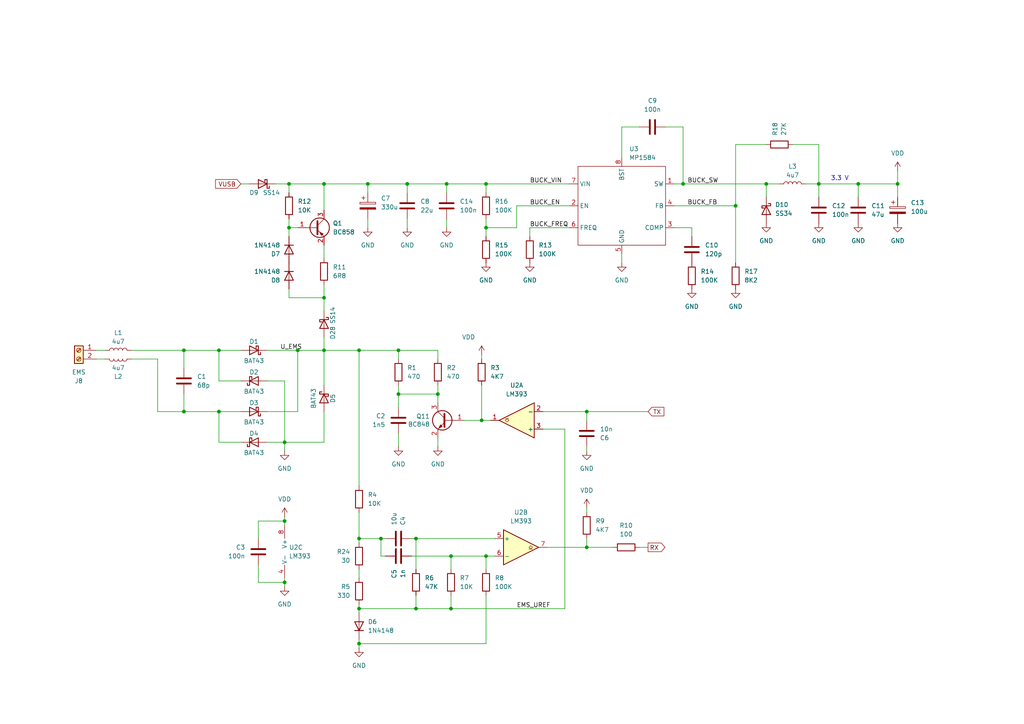
<source format=kicad_sch>
(kicad_sch (version 20250114) (generator "eeschema") (generator_version "9.0")
  (paper "A4")
  (lib_symbols
    (symbol "Comparator:LM393" (pin_names (offset 0.127))
      (property "Reference" "U" (at 3.81 3.81 0))
      (property "Value" "LM393" (at 6.35 -3.81 0))
      (symbol "LM393_1_1"
        (polyline (pts (xy -5.08 5.08) (xy 5.08 0) (xy -5.08 -5.08) (xy -5.08 5.08)) (stroke (width 0.254)) (fill (type background)))
        (polyline (pts (xy 3.302 -0.508) (xy 2.794 -0.508) (xy 3.302 0) (xy 2.794 0.508) (xy 2.286 0) (xy 2.794 -0.508) (xy 2.286 -0.508)) (stroke (width 0.127)))
        (pin input line (at -7.62 2.54 0) (length 2.54) (name "+") (number "3"))
        (pin input line (at -7.62 -2.54 0) (length 2.54) (name "-") (number "2"))
        (pin open_collector line (at 7.62 0 180) (length 2.54) (name "~") (number "1"))
      )
      (symbol "LM393_2_1"
        (polyline (pts (xy -5.08 5.08) (xy 5.08 0) (xy -5.08 -5.08) (xy -5.08 5.08)) (stroke (width 0.254)) (fill (type background)))
        (polyline (pts (xy 3.302 -0.508) (xy 2.794 -0.508) (xy 3.302 0) (xy 2.794 0.508) (xy 2.286 0) (xy 2.794 -0.508) (xy 2.286 -0.508)) (stroke (width 0.127)))
        (pin input line (at -7.62 2.54 0) (length 2.54) (name "+") (number "5"))
        (pin input line (at -7.62 -2.54 0) (length 2.54) (name "-") (number "6"))
        (pin open_collector line (at 7.62 0 180) (length 2.54) (name "~") (number "7"))
      )
      (symbol "LM393_3_1"
        (pin power_in line (at -2.54 7.62 270) (length 3.81) (name "V+") (number "8"))
        (pin power_in line (at -2.54 -7.62 90) (length 3.81) (name "V-") (number "4"))
      )
    )
    (symbol "Connector:Screw_Terminal_01x02" (pin_names (offset 1.016) (hide yes))
      (property "Reference" "J" (at 0 2.54 0))
      (property "Value" "Screw_Terminal_01x02" (at 0 -5.08 0))
      (symbol "Screw_Terminal_01x02_1_1"
        (rectangle (start -1.27 1.27) (end 1.27 -3.81) (stroke (width 0.254)) (fill (type background)))
        (polyline (pts (xy -0.5334 0.3302) (xy 0.3302 -0.508)) (stroke (width 0.1524)))
        (polyline (pts (xy -0.5334 -2.2098) (xy 0.3302 -3.048)) (stroke (width 0.1524)))
        (polyline (pts (xy -0.3556 0.508) (xy 0.508 -0.3302)) (stroke (width 0.1524)))
        (polyline (pts (xy -0.3556 -2.032) (xy 0.508 -2.8702)) (stroke (width 0.1524)))
        (circle (center 0 0) (radius 0.635) (stroke (width 0.1524)))
        (circle (center 0 -2.54) (radius 0.635) (stroke (width 0.1524)))
        (pin passive line (at -5.08 0 0) (length 3.81) (name "Pin_1") (number "1"))
        (pin passive line (at -5.08 -2.54 0) (length 3.81) (name "Pin_2") (number "2"))
      )
    )
    (symbol "Device:C" (pin_numbers (hide yes)) (pin_names (offset 0.254))
      (property "Reference" "C" (at 0.635 2.54 0))
      (property "Value" "C" (at 0.635 -2.54 0))
      (symbol "C_0_1"
        (polyline (pts (xy -2.032 0.762) (xy 2.032 0.762)) (stroke (width 0.508)))
        (polyline (pts (xy -2.032 -0.762) (xy 2.032 -0.762)) (stroke (width 0.508)))
      )
      (symbol "C_1_1"
        (pin passive line (at 0 3.81 270) (length 2.794) (name "~") (number "1"))
        (pin passive line (at 0 -3.81 90) (length 2.794) (name "~") (number "2"))
      )
    )
    (symbol "Device:C_Polarized" (pin_numbers (hide yes)) (pin_names (offset 0.254))
      (property "Reference" "C" (at 0.635 2.54 0))
      (property "Value" "C_Polarized" (at 0.635 -2.54 0))
      (symbol "C_Polarized_0_1"
        (rectangle (start -2.286 0.508) (end 2.286 1.016))
        (polyline (pts (xy -1.778 2.286) (xy -0.762 2.286)))
        (polyline (pts (xy -1.27 2.794) (xy -1.27 1.778)))
        (rectangle (start 2.286 -0.508) (end -2.286 -1.016) (fill (type outline)))
      )
      (symbol "C_Polarized_1_1"
        (pin passive line (at 0 3.81 270) (length 2.794) (name "~") (number "1"))
        (pin passive line (at 0 -3.81 90) (length 2.794) (name "~") (number "2"))
      )
    )
    (symbol "Device:D_Schottky" (pin_numbers (hide yes)) (pin_names (offset 1.016) (hide yes))
      (property "Reference" "D" (at 0 2.54 0))
      (property "Value" "D_Schottky" (at 0 -2.54 0))
      (symbol "D_Schottky_0_1"
        (polyline (pts (xy -1.905 0.635) (xy -1.905 1.27) (xy -1.27 1.27) (xy -1.27 -1.27) (xy -0.635 -1.27) (xy -0.635 -0.635)) (stroke (width 0.254)))
        (polyline (pts (xy 1.27 1.27) (xy 1.27 -1.27) (xy -1.27 0) (xy 1.27 1.27)) (stroke (width 0.254)))
        (polyline (pts (xy 1.27 0) (xy -1.27 0)))
      )
      (symbol "D_Schottky_1_1"
        (pin passive line (at -3.81 0 0) (length 2.54) (name "K") (number "1"))
        (pin passive line (at 3.81 0 180) (length 2.54) (name "A") (number "2"))
      )
    )
    (symbol "Device:L" (pin_numbers (hide yes)) (pin_names (offset 1.016) (hide yes))
      (property "Reference" "L" (at -1.27 0 90))
      (property "Value" "L" (at 1.905 0 90))
      (symbol "L_0_1"
        (arc (start 0 2.54) (mid 0.6323 1.905) (end 0 1.27))
        (arc (start 0 1.27) (mid 0.6323 0.635) (end 0 0))
        (arc (start 0 0) (mid 0.6323 -0.635) (end 0 -1.27))
        (arc (start 0 -1.27) (mid 0.6323 -1.905) (end 0 -2.54))
      )
      (symbol "L_1_1"
        (pin passive line (at 0 3.81 270) (length 1.27) (name "1") (number "1"))
        (pin passive line (at 0 -3.81 90) (length 1.27) (name "2") (number "2"))
      )
    )
    (symbol "Device:R" (pin_numbers (hide yes)) (pin_names (offset 0))
      (property "Reference" "R" (at 2.032 0 90))
      (property "Value" "R" (at 0 0 90))
      (symbol "R_0_1"
        (rectangle (start -1.016 -2.54) (end 1.016 2.54) (stroke (width 0.254)))
      )
      (symbol "R_1_1"
        (pin passive line (at 0 3.81 270) (length 1.27) (name "~") (number "1"))
        (pin passive line (at 0 -3.81 90) (length 1.27) (name "~") (number "2"))
      )
    )
    (symbol "Diode:1N4148WS" (pin_numbers (hide yes)) (pin_names (hide yes))
      (property "Reference" "D" (at 0 2.54 0))
      (property "Value" "1N4148WS" (at 0 -2.54 0))
      (symbol "1N4148WS_0_1"
        (polyline (pts (xy -1.27 1.27) (xy -1.27 -1.27)) (stroke (width 0.254)))
        (polyline (pts (xy 1.27 1.27) (xy 1.27 -1.27) (xy -1.27 0) (xy 1.27 1.27)) (stroke (width 0.254)))
        (polyline (pts (xy 1.27 0) (xy -1.27 0)))
      )
      (symbol "1N4148WS_1_1"
        (pin passive line (at -3.81 0 0) (length 2.54) (name "K") (number "1"))
        (pin passive line (at 3.81 0 180) (length 2.54) (name "A") (number "2"))
      )
    )
    (symbol "Diode:SS34" (pin_numbers (hide yes)) (pin_names (offset 1.016) (hide yes))
      (property "Reference" "D" (at 0 2.54 0))
      (property "Value" "SS34" (at 0 -2.54 0))
      (symbol "SS34_0_1"
        (polyline (pts (xy -1.905 0.635) (xy -1.905 1.27) (xy -1.27 1.27) (xy -1.27 -1.27) (xy -0.635 -1.27) (xy -0.635 -0.635)) (stroke (width 0.254)))
        (polyline (pts (xy 1.27 1.27) (xy 1.27 -1.27) (xy -1.27 0) (xy 1.27 1.27)) (stroke (width 0.254)))
        (polyline (pts (xy 1.27 0) (xy -1.27 0)))
      )
      (symbol "SS34_1_1"
        (pin passive line (at -3.81 0 0) (length 2.54) (name "K") (number "1"))
        (pin passive line (at 3.81 0 180) (length 2.54) (name "A") (number "2"))
      )
    )
    (symbol "Transistor_BJT:BC850" (pin_names (offset 0) (hide yes))
      (property "Reference" "Q" (at 5.08 1.905 0))
      (property "Value" "BC850" (at 5.08 0 0))
      (symbol "BC850_0_1"
        (polyline (pts (xy -2.54 0) (xy 0.635 0)))
        (polyline (pts (xy 0.635 1.905) (xy 0.635 -1.905)) (stroke (width 0.508)))
        (circle (center 1.27 0) (radius 2.8194) (stroke (width 0.254)))
      )
      (symbol "BC850_1_1"
        (polyline (pts (xy 0.635 0.635) (xy 2.54 2.54)))
        (polyline (pts (xy 0.635 -0.635) (xy 2.54 -2.54)))
        (polyline (pts (xy 1.27 -1.778) (xy 1.778 -1.27) (xy 2.286 -2.286) (xy 1.27 -1.778)) (fill (type outline)))
        (pin input line (at -5.08 0 0) (length 2.54) (name "B") (number "1"))
        (pin passive line (at 2.54 5.08 270) (length 2.54) (name "C") (number "3"))
        (pin passive line (at 2.54 -5.08 90) (length 2.54) (name "E") (number "2"))
      )
    )
    (symbol "Transistor_BJT:BC858" (pin_names (offset 0) (hide yes))
      (property "Reference" "Q" (at 5.08 1.905 0))
      (property "Value" "BC858" (at 5.08 0 0))
      (symbol "BC858_0_1"
        (polyline (pts (xy -2.54 0) (xy 0.635 0)))
        (polyline (pts (xy 0.635 1.905) (xy 0.635 -1.905)) (stroke (width 0.508)))
        (polyline (pts (xy 0.635 0.635) (xy 2.54 2.54)))
        (polyline (pts (xy 0.635 -0.635) (xy 2.54 -2.54)))
        (circle (center 1.27 0) (radius 2.8194) (stroke (width 0.254)))
        (polyline (pts (xy 2.286 -1.778) (xy 1.778 -2.286) (xy 1.27 -1.27) (xy 2.286 -1.778)) (fill (type outline)))
      )
      (symbol "BC858_1_1"
        (pin input line (at -5.08 0 0) (length 2.54) (name "B") (number "1"))
        (pin passive line (at 2.54 5.08 270) (length 2.54) (name "C") (number "3"))
        (pin passive line (at 2.54 -5.08 90) (length 2.54) (name "E") (number "2"))
      )
    )
    (symbol "power:GND" (power) (pin_numbers (hide yes)) (pin_names (offset 0) (hide yes))
      (property "Value" "GND" (at 0 -3.81 0))
      (symbol "GND_0_1"
        (polyline (pts (xy 0 0) (xy 0 -1.27) (xy 1.27 -1.27) (xy 0 -2.54) (xy -1.27 -1.27) (xy 0 -1.27)))
      )
      (symbol "GND_1_1"
        (pin power_in line (at 0 0 270) (length 0) (name "~") (number "1"))
      )
    )
    (symbol "power:VDD" (power) (pin_numbers (hide yes)) (pin_names (offset 0) (hide yes))
      (property "Value" "VDD" (at 0 3.556 0))
      (symbol "VDD_0_1"
        (polyline (pts (xy -0.762 1.27) (xy 0 2.54)))
        (polyline (pts (xy 0 2.54) (xy 0.762 1.27)))
        (polyline (pts (xy 0 0) (xy 0 2.54)))
      )
      (symbol "VDD_1_1"
        (pin power_in line (at 0 0 90) (length 0) (name "~") (number "1"))
      )
    )
    (symbol "spetry:MP1584"
      (property "Reference" "U" (at 0 -2.54 0))
      (property "Value" "MP1584" (at 0 0 0))
      (symbol "MP1584_0_1"
        (rectangle (start -12.7 11.43) (end 12.7 -11.43))
      )
      (symbol "MP1584_1_1"
        (pin input line (at -15.24 6.35 0) (length 2.54) (name "VIN") (number "7"))
        (pin input line (at -15.24 0 0) (length 2.54) (name "EN") (number "2"))
        (pin input line (at -15.24 -6.35 0) (length 2.54) (name "FREQ") (number "6"))
        (pin input line (at 0 13.97 270) (length 2.54) (name "BST") (number "8"))
        (pin power_in line (at 0 -13.97 90) (length 2.54) (name "GND") (number "5"))
        (pin output line (at 15.24 6.35 180) (length 2.54) (name "SW") (number "1"))
        (pin input line (at 15.24 0 180) (length 2.54) (name "FB") (number "4"))
        (pin input line (at 15.24 -6.35 180) (length 2.54) (name "COMP") (number "3"))
      )
    )
  )
  (text "3.3 V" (at 243.586 51.816 0) (effects (font (size 1.27 1.27))))
  (junction (at 260.35 53.34))
  (junction (at 86.36 101.6))
  (junction (at 93.98 101.6))
  (junction (at 104.14 176.53))
  (junction (at 140.97 53.34))
  (junction (at 106.68 53.34))
  (junction (at 82.55 151.13))
  (junction (at 115.57 101.6))
  (junction (at 139.7 121.92))
  (junction (at 83.82 66.04))
  (junction (at 170.18 158.75))
  (junction (at 115.57 114.3))
  (junction (at 110.49 156.21))
  (junction (at 198.12 53.34))
  (junction (at 222.25 53.34))
  (junction (at 53.34 101.6))
  (junction (at 248.92 53.34))
  (junction (at 104.14 186.69))
  (junction (at 237.49 53.34))
  (junction (at 82.55 168.91))
  (junction (at 82.55 128.27))
  (junction (at 63.5 101.6))
  (junction (at 127 114.3))
  (junction (at 140.97 66.04))
  (junction (at 104.14 101.6))
  (junction (at 120.65 156.21))
  (junction (at 104.14 156.21))
  (junction (at 130.81 176.53))
  (junction (at 140.97 161.29))
  (junction (at 83.82 53.34))
  (junction (at 170.18 119.38))
  (junction (at 63.5 119.38))
  (junction (at 120.65 176.53))
  (junction (at 93.98 86.36))
  (junction (at 130.81 161.29))
  (junction (at 213.36 59.69))
  (junction (at 118.11 53.34))
  (junction (at 129.54 53.34))
  (junction (at 93.98 53.34))
  (junction (at 53.34 119.38))
  (wire (pts (xy 163.83 124.46) (xy 163.83 176.53)))
  (wire (pts (xy 104.14 148.59) (xy 104.14 156.21)))
  (wire (pts (xy 93.98 128.27) (xy 82.55 128.27)))
  (wire (pts (xy 120.65 156.21) (xy 120.65 165.1)))
  (wire (pts (xy 83.82 53.34) (xy 83.82 55.88)))
  (wire (pts (xy 198.12 53.34) (xy 195.58 53.34)))
  (wire (pts (xy 93.98 101.6) (xy 86.36 101.6)))
  (wire (pts (xy 237.49 57.15) (xy 237.49 53.34)))
  (wire (pts (xy 248.92 57.15) (xy 248.92 53.34)))
  (wire (pts (xy 118.11 53.34) (xy 129.54 53.34)))
  (wire (pts (xy 163.83 176.53) (xy 130.81 176.53)))
  (wire (pts (xy 77.47 119.38) (xy 86.36 119.38)))
  (wire (pts (xy 127 116.84) (xy 127 114.3)))
  (wire (pts (xy 53.34 119.38) (xy 53.34 114.3)))
  (wire (pts (xy 110.49 161.29) (xy 110.49 156.21)))
  (wire (pts (xy 153.67 66.04) (xy 165.1 66.04)))
  (wire (pts (xy 93.98 86.36) (xy 93.98 90.17)))
  (wire (pts (xy 74.93 156.21) (xy 74.93 151.13)))
  (wire (pts (xy 130.81 161.29) (xy 130.81 165.1)))
  (wire (pts (xy 82.55 151.13) (xy 82.55 152.4)))
  (wire (pts (xy 170.18 119.38) (xy 170.18 121.92)))
  (wire (pts (xy 83.82 63.5) (xy 83.82 66.04)))
  (wire (pts (xy 222.25 53.34) (xy 222.25 57.15)))
  (wire (pts (xy 45.72 119.38) (xy 53.34 119.38)))
  (wire (pts (xy 82.55 149.86) (xy 82.55 151.13)))
  (wire (pts (xy 170.18 158.75) (xy 177.8 158.75)))
  (wire (pts (xy 93.98 82.55) (xy 93.98 86.36)))
  (wire (pts (xy 237.49 53.34) (xy 233.68 53.34)))
  (wire (pts (xy 149.86 66.04) (xy 140.97 66.04)))
  (wire (pts (xy 82.55 128.27) (xy 77.47 128.27)))
  (wire (pts (xy 115.57 104.14) (xy 115.57 101.6)))
  (wire (pts (xy 63.5 119.38) (xy 69.85 119.38)))
  (wire (pts (xy 45.72 104.14) (xy 45.72 119.38)))
  (wire (pts (xy 140.97 172.72) (xy 140.97 186.69)))
  (wire (pts (xy 127 114.3) (xy 115.57 114.3)))
  (wire (pts (xy 248.92 53.34) (xy 237.49 53.34)))
  (wire (pts (xy 170.18 119.38) (xy 187.96 119.38)))
  (wire (pts (xy 74.93 168.91) (xy 82.55 168.91)))
  (wire (pts (xy 53.34 119.38) (xy 63.5 119.38)))
  (wire (pts (xy 104.14 175.26) (xy 104.14 176.53)))
  (wire (pts (xy 129.54 63.5) (xy 129.54 66.04)))
  (wire (pts (xy 237.49 41.91) (xy 237.49 53.34)))
  (wire (pts (xy 130.81 161.29) (xy 140.97 161.29)))
  (wire (pts (xy 104.14 176.53) (xy 104.14 177.8)))
  (wire (pts (xy 115.57 101.6) (xy 127 101.6)))
  (wire (pts (xy 222.25 53.34) (xy 226.06 53.34)))
  (wire (pts (xy 86.36 119.38) (xy 86.36 101.6)))
  (wire (pts (xy 93.98 111.76) (xy 93.98 101.6)))
  (wire (pts (xy 104.14 156.21) (xy 104.14 157.48)))
  (wire (pts (xy 213.36 59.69) (xy 213.36 76.2)))
  (wire (pts (xy 104.14 186.69) (xy 104.14 187.96)))
  (wire (pts (xy 200.66 66.04) (xy 195.58 66.04)))
  (wire (pts (xy 115.57 114.3) (xy 115.57 118.11)))
  (wire (pts (xy 130.81 176.53) (xy 120.65 176.53)))
  (wire (pts (xy 63.5 101.6) (xy 69.85 101.6)))
  (wire (pts (xy 158.75 158.75) (xy 170.18 158.75)))
  (wire (pts (xy 120.65 156.21) (xy 143.51 156.21)))
  (wire (pts (xy 127 104.14) (xy 127 101.6)))
  (wire (pts (xy 260.35 49.53) (xy 260.35 53.34)))
  (wire (pts (xy 140.97 53.34) (xy 165.1 53.34)))
  (wire (pts (xy 83.82 66.04) (xy 86.36 66.04)))
  (wire (pts (xy 120.65 172.72) (xy 120.65 176.53)))
  (wire (pts (xy 93.98 97.79) (xy 93.98 101.6)))
  (wire (pts (xy 110.49 156.21) (xy 111.76 156.21)))
  (wire (pts (xy 185.42 158.75) (xy 187.96 158.75)))
  (wire (pts (xy 30.48 101.6) (xy 27.94 101.6)))
  (wire (pts (xy 83.82 68.58) (xy 83.82 66.04)))
  (wire (pts (xy 104.14 165.1) (xy 104.14 167.64)))
  (wire (pts (xy 180.34 36.83) (xy 185.42 36.83)))
  (wire (pts (xy 82.55 168.91) (xy 82.55 170.18)))
  (wire (pts (xy 134.62 121.92) (xy 139.7 121.92)))
  (wire (pts (xy 120.65 176.53) (xy 104.14 176.53)))
  (wire (pts (xy 82.55 167.64) (xy 82.55 168.91)))
  (wire (pts (xy 63.5 128.27) (xy 63.5 119.38)))
  (wire (pts (xy 74.93 151.13) (xy 82.55 151.13)))
  (wire (pts (xy 80.01 53.34) (xy 83.82 53.34)))
  (wire (pts (xy 198.12 36.83) (xy 198.12 53.34)))
  (wire (pts (xy 118.11 53.34) (xy 118.11 55.88)))
  (wire (pts (xy 115.57 125.73) (xy 115.57 129.54)))
  (wire (pts (xy 119.38 156.21) (xy 120.65 156.21)))
  (wire (pts (xy 63.5 110.49) (xy 63.5 101.6)))
  (wire (pts (xy 106.68 55.88) (xy 106.68 53.34)))
  (wire (pts (xy 127 129.54) (xy 127 127)))
  (wire (pts (xy 127 111.76) (xy 127 114.3)))
  (wire (pts (xy 180.34 76.2) (xy 180.34 73.66)))
  (wire (pts (xy 140.97 66.04) (xy 140.97 68.58)))
  (wire (pts (xy 111.76 161.29) (xy 110.49 161.29)))
  (wire (pts (xy 106.68 63.5) (xy 106.68 66.04)))
  (wire (pts (xy 104.14 101.6) (xy 104.14 140.97)))
  (wire (pts (xy 83.82 86.36) (xy 83.82 83.82)))
  (wire (pts (xy 198.12 53.34) (xy 222.25 53.34)))
  (wire (pts (xy 93.98 119.38) (xy 93.98 128.27)))
  (wire (pts (xy 157.48 124.46) (xy 163.83 124.46)))
  (wire (pts (xy 82.55 128.27) (xy 82.55 130.81)))
  (wire (pts (xy 222.25 41.91) (xy 213.36 41.91)))
  (wire (pts (xy 193.04 36.83) (xy 198.12 36.83)))
  (wire (pts (xy 213.36 41.91) (xy 213.36 59.69)))
  (wire (pts (xy 195.58 59.69) (xy 213.36 59.69)))
  (wire (pts (xy 69.85 110.49) (xy 63.5 110.49)))
  (wire (pts (xy 104.14 185.42) (xy 104.14 186.69)))
  (wire (pts (xy 260.35 57.15) (xy 260.35 53.34)))
  (wire (pts (xy 180.34 45.72) (xy 180.34 36.83)))
  (wire (pts (xy 115.57 111.76) (xy 115.57 114.3)))
  (wire (pts (xy 82.55 110.49) (xy 82.55 128.27)))
  (wire (pts (xy 153.67 68.58) (xy 153.67 66.04)))
  (wire (pts (xy 170.18 147.32) (xy 170.18 148.59)))
  (wire (pts (xy 118.11 63.5) (xy 118.11 66.04)))
  (wire (pts (xy 140.97 63.5) (xy 140.97 66.04)))
  (wire (pts (xy 106.68 53.34) (xy 93.98 53.34)))
  (wire (pts (xy 170.18 129.54) (xy 170.18 130.81)))
  (wire (pts (xy 93.98 86.36) (xy 83.82 86.36)))
  (wire (pts (xy 104.14 156.21) (xy 110.49 156.21)))
  (wire (pts (xy 170.18 156.21) (xy 170.18 158.75)))
  (wire (pts (xy 53.34 101.6) (xy 53.34 106.68)))
  (wire (pts (xy 104.14 101.6) (xy 115.57 101.6)))
  (wire (pts (xy 139.7 111.76) (xy 139.7 121.92)))
  (wire (pts (xy 129.54 53.34) (xy 140.97 53.34)))
  (wire (pts (xy 260.35 53.34) (xy 248.92 53.34)))
  (wire (pts (xy 30.48 104.14) (xy 27.94 104.14)))
  (wire (pts (xy 140.97 161.29) (xy 140.97 165.1)))
  (wire (pts (xy 140.97 186.69) (xy 104.14 186.69)))
  (wire (pts (xy 93.98 71.12) (xy 93.98 74.93)))
  (wire (pts (xy 129.54 53.34) (xy 129.54 55.88)))
  (wire (pts (xy 93.98 53.34) (xy 83.82 53.34)))
  (wire (pts (xy 53.34 101.6) (xy 63.5 101.6)))
  (wire (pts (xy 130.81 172.72) (xy 130.81 176.53)))
  (wire (pts (xy 139.7 102.87) (xy 139.7 104.14)))
  (wire (pts (xy 86.36 101.6) (xy 77.47 101.6)))
  (wire (pts (xy 165.1 59.69) (xy 149.86 59.69)))
  (wire (pts (xy 69.85 53.34) (xy 72.39 53.34)))
  (wire (pts (xy 93.98 60.96) (xy 93.98 53.34)))
  (wire (pts (xy 38.1 104.14) (xy 45.72 104.14)))
  (wire (pts (xy 74.93 163.83) (xy 74.93 168.91)))
  (wire (pts (xy 140.97 53.34) (xy 140.97 55.88)))
  (wire (pts (xy 142.24 121.92) (xy 139.7 121.92)))
  (wire (pts (xy 38.1 101.6) (xy 53.34 101.6)))
  (wire (pts (xy 69.85 128.27) (xy 63.5 128.27)))
  (wire (pts (xy 149.86 59.69) (xy 149.86 66.04)))
  (wire (pts (xy 157.48 119.38) (xy 170.18 119.38)))
  (wire (pts (xy 140.97 161.29) (xy 143.51 161.29)))
  (wire (pts (xy 106.68 53.34) (xy 118.11 53.34)))
  (wire (pts (xy 93.98 101.6) (xy 104.14 101.6)))
  (wire (pts (xy 77.47 110.49) (xy 82.55 110.49)))
  (wire (pts (xy 200.66 68.58) (xy 200.66 66.04)))
  (wire (pts (xy 229.87 41.91) (xy 237.49 41.91)))
  (wire (pts (xy 119.38 161.29) (xy 130.81 161.29)))
  (label "EMS_UREF" (at 149.86 176.53 0))
  (label "BUCK_FREQ" (at 153.67 66.04 0))
  (label "BUCK_SW" (at 199.39 53.34 0))
  (label "BUCK_VIN" (at 153.67 53.34 0))
  (label "BUCK_FB" (at 199.39 59.69 0))
  (label "BUCK_EN" (at 153.67 59.69 0))
  (label "U_EMS" (at 81.28 101.6 0))
  (global_label "TX" (shape input) (at 187.96 119.38 0) (property "Intersheetrefs" "${INTERSHEET_REFS}" (effects (hide yes))))
  (global_label "VUSB" (shape input) (at 69.85 53.34 180) (property "Intersheetrefs" "${INTERSHEET_REFS}" (effects (hide yes))))
  (global_label "RX" (shape output) (at 187.96 158.75 0) (property "Intersheetrefs" "${INTERSHEET_REFS}" (effects (hide yes))))
  (symbol (lib_id "Transistor_BJT:BC850") (at 129.54 121.92 0) (mirror y) (unit 1)
    (property "Reference" "Q11" (at 124.6886 120.7516 0) (effects (justify left)))
    (property "Value" "BC848" (at 124.6886 123.063 0) (effects (justify left)))
    (property "Footprint" "Package_TO_SOT_SMD:SOT-23" (effects (hide yes)))
    (property "Datasheet" "http://www.infineon.com/dgdl/Infineon-BC847SERIES_BC848SERIES_BC849SERIES_BC850SERIES-DS-v01_01-en.pdf?fileId=db3a304314dca389011541d4630a1657" (effects (hide yes)))
    (property "Description" "0.1A Ic, 45V Vce, NPN Transistor, SOT-23" (effects (hide yes)))
  )
  (symbol (lib_id "Device:D_Schottky") (at 93.98 93.98 270) (unit 1)
    (property "Reference" "D28" (at 96.52 96.52 0))
    (property "Value" "SS14" (at 96.52 91.44 0))
    (property "Footprint" "Diode_SMD:D_SMA" (effects (hide yes)))
  )
  (symbol (lib_id "Device:D_Schottky") (at 93.98 115.57 90) (mirror x) (unit 1)
    (property "Reference" "D5" (at 96.52 115.57 0))
    (property "Value" "BAT43" (at 90.932 115.57 0))
    (property "Footprint" "Diode_SMD:D_SOD-123" (effects (hide yes)))
    (property "Description" "Schottky diode" (effects (hide yes)))
  )
  (symbol (lib_id "power:GND") (at 200.66 83.82 0) (unit 1)
    (property "Reference" "#PWR016" (effects (hide yes)))
    (property "Value" "GND" (at 200.66 88.9 0))
    (property "Description" "Power symbol creates a global label with name \"GND\" , ground" (effects (hide yes)))
  )
  (symbol (lib_id "Device:R") (at 120.65 168.91 0) (unit 1)
    (property "Reference" "R6" (at 123.19 167.6399 0) (effects (justify left)))
    (property "Value" "47K" (at 123.19 170.1799 0) (effects (justify left)))
    (property "Footprint" "Resistor_SMD:R_0805_2012Metric" (effects (hide yes)))
    (property "Description" "Resistor" (effects (hide yes)))
  )
  (symbol (lib_id "Device:C") (at 189.23 36.83 90) (unit 1)
    (property "Reference" "C9" (at 189.23 29.21 90))
    (property "Value" "100n" (at 189.23 31.75 90))
    (property "Footprint" "Capacitor_SMD:C_0805_2012Metric" (effects (hide yes)))
    (property "Description" "Unpolarized capacitor" (effects (hide yes)))
  )
  (symbol (lib_id "Device:R") (at 140.97 72.39 0) (unit 1)
    (property "Reference" "R15" (at 143.51 71.1199 0) (effects (justify left)))
    (property "Value" "100K" (at 143.51 73.6599 0) (effects (justify left)))
    (property "Footprint" "Resistor_SMD:R_0805_2012Metric" (effects (hide yes)))
    (property "Description" "Resistor" (effects (hide yes)))
  )
  (symbol (lib_id "Device:R") (at 115.57 107.95 0) (unit 1)
    (property "Reference" "R1" (at 118.11 106.6799 0) (effects (justify left)))
    (property "Value" "470" (at 118.11 109.2199 0) (effects (justify left)))
    (property "Footprint" "Resistor_SMD:R_1206_3216Metric" (effects (hide yes)))
    (property "Description" "Resistor" (effects (hide yes)))
  )
  (symbol (lib_id "Device:D_Schottky") (at 73.66 110.49 0) (mirror x) (unit 1)
    (property "Reference" "D2" (at 73.66 107.95 0))
    (property "Value" "BAT43" (at 73.66 113.538 0))
    (property "Footprint" "Diode_SMD:D_SOD-123" (effects (hide yes)))
    (property "Description" "Schottky diode" (effects (hide yes)))
  )
  (symbol (lib_id "Device:R") (at 104.14 171.45 0) (mirror y) (unit 1)
    (property "Reference" "R5" (at 101.6 170.1799 0) (effects (justify left)))
    (property "Value" "330" (at 101.6 172.7199 0) (effects (justify left)))
    (property "Footprint" "Resistor_SMD:R_0805_2012Metric" (effects (hide yes)))
    (property "Description" "Resistor" (effects (hide yes)))
  )
  (symbol (lib_id "power:GND") (at 129.54 66.04 0) (unit 1)
    (property "Reference" "#PWR024" (effects (hide yes)))
    (property "Value" "GND" (at 129.54 71.12 0))
    (property "Description" "Power symbol creates a global label with name \"GND\" , ground" (effects (hide yes)))
  )
  (symbol (lib_id "power:GND") (at 127 129.54 0) (unit 1)
    (property "Reference" "#PWR04" (effects (hide yes)))
    (property "Value" "GND" (at 127 134.62 0))
    (property "Description" "Power symbol creates a global label with name \"GND\" , ground" (effects (hide yes)))
  )
  (symbol (lib_id "Device:L") (at 229.87 53.34 90) (unit 1)
    (property "Reference" "L3" (at 229.87 48.26 90))
    (property "Value" "4u7" (at 229.87 50.8 90))
    (property "Footprint" "Inductor_SMD:L_APV_APH0650" (effects (hide yes)))
    (property "Description" "Inductor" (effects (hide yes)))
  )
  (symbol (lib_id "power:GND") (at 82.55 130.81 0) (unit 1)
    (property "Reference" "#PWR02" (effects (hide yes)))
    (property "Value" "GND" (at 82.55 135.89 0))
    (property "Description" "Power symbol creates a global label with name \"GND\" , ground" (effects (hide yes)))
  )
  (symbol (lib_id "power:VDD") (at 82.55 149.86 0) (unit 1)
    (property "Reference" "#PWR01" (effects (hide yes)))
    (property "Value" "VDD" (at 82.55 144.78 0))
    (property "Description" "Power symbol creates a global label with name \"VDD\"" (effects (hide yes)))
  )
  (symbol (lib_id "Device:R") (at 200.66 80.01 0) (unit 1)
    (property "Reference" "R14" (at 203.2 78.7399 0) (effects (justify left)))
    (property "Value" "100K" (at 203.2 81.2799 0) (effects (justify left)))
    (property "Footprint" "Resistor_SMD:R_0805_2012Metric" (effects (hide yes)))
    (property "Description" "Resistor" (effects (hide yes)))
  )
  (symbol (lib_id "power:GND") (at 213.36 83.82 0) (unit 1)
    (property "Reference" "#PWR023" (effects (hide yes)))
    (property "Value" "GND" (at 213.36 88.9 0))
    (property "Description" "Power symbol creates a global label with name \"GND\" , ground" (effects (hide yes)))
  )
  (symbol (lib_id "Device:D_Schottky") (at 76.2 53.34 180) (unit 1)
    (property "Reference" "D9" (at 73.66 55.88 0))
    (property "Value" "SS14" (at 78.74 55.88 0))
    (property "Footprint" "Diode_SMD:D_SMA" (effects (hide yes)))
  )
  (symbol (lib_id "Device:R") (at 104.14 161.29 0) (mirror y) (unit 1)
    (property "Reference" "R24" (at 101.6 160.0199 0) (effects (justify left)))
    (property "Value" "30" (at 101.6 162.5599 0) (effects (justify left)))
    (property "Footprint" "Resistor_SMD:R_0805_2012Metric" (effects (hide yes)))
    (property "Description" "Resistor" (effects (hide yes)))
  )
  (symbol (lib_id "Comparator:LM393") (at 151.13 158.75 0) (unit 2)
    (property "Reference" "U2" (at 151.13 148.59 0))
    (property "Value" "LM393" (at 151.13 151.13 0))
    (property "Footprint" "Package_SO:SOIC-8_3.9x4.9mm_P1.27mm" (effects (hide yes)))
    (property "Datasheet" "http://www.ti.com/lit/ds/symlink/lm393.pdf" (effects (hide yes)))
    (property "Description" "Low-Power, Low-Offset Voltage, Dual Comparators, DIP-8/SOIC-8/TO-99-8" (effects (hide yes)))
  )
  (symbol (lib_id "spetry:MP1584") (at 180.34 59.69 0) (unit 1)
    (property "Reference" "U3" (at 182.4833 43.18 0) (effects (justify left)))
    (property "Value" "MP1584" (at 182.4833 45.72 0) (effects (justify left)))
    (property "Footprint" "Package_SO:SOIC-8_3.9x4.9mm_P1.27mm" (effects (hide yes)))
  )
  (symbol (lib_id "power:GND") (at 153.67 76.2 0) (unit 1)
    (property "Reference" "#PWR015" (effects (hide yes)))
    (property "Value" "GND" (at 153.67 81.28 0))
    (property "Description" "Power symbol creates a global label with name \"GND\" , ground" (effects (hide yes)))
  )
  (symbol (lib_id "Device:D_Schottky") (at 73.66 101.6 180) (unit 1)
    (property "Reference" "D1" (at 73.66 99.06 0))
    (property "Value" "BAT43" (at 73.66 104.648 0))
    (property "Footprint" "Diode_SMD:D_SOD-123" (effects (hide yes)))
    (property "Description" "Schottky diode" (effects (hide yes)))
  )
  (symbol (lib_id "Device:R") (at 83.82 59.69 0) (unit 1)
    (property "Reference" "R12" (at 86.36 58.4199 0) (effects (justify left)))
    (property "Value" "10K" (at 86.36 60.9599 0) (effects (justify left)))
    (property "Footprint" "Resistor_SMD:R_0805_2012Metric" (effects (hide yes)))
    (property "Description" "Resistor" (effects (hide yes)))
  )
  (symbol (lib_id "power:GND") (at 170.18 130.81 0) (unit 1)
    (property "Reference" "#PWR09" (effects (hide yes)))
    (property "Value" "GND" (at 170.18 135.89 0))
    (property "Description" "Power symbol creates a global label with name \"GND\" , ground" (effects (hide yes)))
  )
  (symbol (lib_id "Device:C") (at 115.57 121.92 0) (mirror y) (unit 1)
    (property "Reference" "C2" (at 111.76 120.6499 0) (effects (justify left)))
    (property "Value" "1n5" (at 111.76 123.1899 0) (effects (justify left)))
    (property "Footprint" "Capacitor_SMD:C_0805_2012Metric" (effects (hide yes)))
    (property "Description" "Unpolarized capacitor" (effects (hide yes)))
  )
  (symbol (lib_id "Device:R") (at 139.7 107.95 180) (unit 1)
    (property "Reference" "R3" (at 142.24 106.6799 0) (effects (justify right)))
    (property "Value" "4K7" (at 142.24 109.2199 0) (effects (justify right)))
    (property "Footprint" "Resistor_SMD:R_0805_2012Metric" (effects (hide yes)))
    (property "Description" "Resistor" (effects (hide yes)))
  )
  (symbol (lib_id "Device:C") (at 53.34 110.49 0) (unit 1)
    (property "Reference" "C1" (at 57.15 109.2199 0) (effects (justify left)))
    (property "Value" "68p" (at 57.15 111.7599 0) (effects (justify left)))
    (property "Footprint" "Capacitor_SMD:C_0805_2012Metric" (effects (hide yes)))
    (property "Description" "Unpolarized capacitor" (effects (hide yes)))
  )
  (symbol (lib_id "Device:L") (at 34.29 101.6 90) (unit 1)
    (property "Reference" "L1" (at 34.29 96.52 90))
    (property "Value" "4u7" (at 34.29 99.06 90))
    (property "Footprint" "Inductor_SMD:L_1206_3216Metric" (effects (hide yes)))
    (property "Description" "Inductor" (effects (hide yes)))
  )
  (symbol (lib_id "Device:C") (at 248.92 60.96 0) (unit 1)
    (property "Reference" "C11" (at 252.73 59.6899 0) (effects (justify left)))
    (property "Value" "47u" (at 252.73 62.2299 0) (effects (justify left)))
    (property "Footprint" "Capacitor_SMD:C_1206_3216Metric" (effects (hide yes)))
    (property "Description" "Unpolarized capacitor" (effects (hide yes)))
  )
  (symbol (lib_id "Transistor_BJT:BC858") (at 91.44 66.04 0) (unit 1)
    (property "Reference" "Q1" (at 96.52 64.7699 0) (effects (justify left)))
    (property "Value" "BC858" (at 96.52 67.3099 0) (effects (justify left)))
    (property "Footprint" "Package_TO_SOT_SMD:SOT-23" (effects (hide yes)))
    (property "Datasheet" "https://www.onsemi.com/pub/Collateral/BC860-D.pdf" (effects (hide yes)))
    (property "Description" "0.1A Ic, 30V Vce, PNP Transistor, SOT-23" (effects (hide yes)))
  )
  (symbol (lib_id "power:GND") (at 115.57 129.54 0) (unit 1)
    (property "Reference" "#PWR03" (effects (hide yes)))
    (property "Value" "GND" (at 115.57 134.62 0))
    (property "Description" "Power symbol creates a global label with name \"GND\" , ground" (effects (hide yes)))
  )
  (symbol (lib_id "Device:R") (at 153.67 72.39 0) (unit 1)
    (property "Reference" "R13" (at 156.21 71.1199 0) (effects (justify left)))
    (property "Value" "100K" (at 156.21 73.6599 0) (effects (justify left)))
    (property "Footprint" "Resistor_SMD:R_0805_2012Metric" (effects (hide yes)))
    (property "Description" "Resistor" (effects (hide yes)))
  )
  (symbol (lib_id "Device:C") (at 115.57 156.21 270) (mirror x) (unit 1)
    (property "Reference" "C4" (at 116.8401 152.4 0) (effects (justify left)))
    (property "Value" "10u" (at 114.3001 152.4 0) (effects (justify left)))
    (property "Footprint" "Capacitor_SMD:C_1206_3216Metric" (effects (hide yes)))
    (property "Description" "Unpolarized capacitor" (effects (hide yes)))
  )
  (symbol (lib_id "Device:C_Polarized") (at 106.68 59.69 0) (unit 1)
    (property "Reference" "C7" (at 110.49 57.5309 0) (effects (justify left)))
    (property "Value" "330u" (at 110.49 60.0709 0) (effects (justify left)))
    (property "Footprint" "Capacitor_SMD:CP_Elec_8x10.5" (effects (hide yes)))
    (property "Description" "Polarized capacitor" (effects (hide yes)))
  )
  (symbol (lib_id "power:GND") (at 140.97 76.2 0) (unit 1)
    (property "Reference" "#PWR022" (effects (hide yes)))
    (property "Value" "GND" (at 140.97 81.28 0))
    (property "Description" "Power symbol creates a global label with name \"GND\" , ground" (effects (hide yes)))
  )
  (symbol (lib_id "Device:C") (at 118.11 59.69 0) (unit 1)
    (property "Reference" "C8" (at 121.92 58.4199 0) (effects (justify left)))
    (property "Value" "22u" (at 121.92 60.9599 0) (effects (justify left)))
    (property "Footprint" "Capacitor_SMD:C_1206_3216Metric" (effects (hide yes)))
    (property "Description" "Unpolarized capacitor" (effects (hide yes)))
  )
  (symbol (lib_id "Device:C") (at 237.49 60.96 0) (unit 1)
    (property "Reference" "C12" (at 241.3 59.6899 0) (effects (justify left)))
    (property "Value" "100n" (at 241.3 62.2299 0) (effects (justify left)))
    (property "Footprint" "Capacitor_SMD:C_0805_2012Metric" (effects (hide yes)))
    (property "Description" "Unpolarized capacitor" (effects (hide yes)))
  )
  (symbol (lib_id "power:GND") (at 106.68 66.04 0) (unit 1)
    (property "Reference" "#PWR012" (effects (hide yes)))
    (property "Value" "GND" (at 106.68 71.12 0))
    (property "Description" "Power symbol creates a global label with name \"GND\" , ground" (effects (hide yes)))
  )
  (symbol (lib_id "power:GND") (at 104.14 187.96 0) (unit 1)
    (property "Reference" "#PWR07" (effects (hide yes)))
    (property "Value" "GND" (at 104.14 193.04 0))
    (property "Description" "Power symbol creates a global label with name \"GND\" , ground" (effects (hide yes)))
  )
  (symbol (lib_id "Device:C_Polarized") (at 260.35 60.96 0) (unit 1)
    (property "Reference" "C13" (at 264.16 58.8009 0) (effects (justify left)))
    (property "Value" "100u" (at 264.16 61.3409 0) (effects (justify left)))
    (property "Footprint" "Capacitor_SMD:CP_Elec_5x5.4" (effects (hide yes)))
    (property "Description" "Polarized capacitor" (effects (hide yes)))
  )
  (symbol (lib_id "Device:C") (at 115.57 161.29 90) (mirror x) (unit 1)
    (property "Reference" "C5" (at 114.2999 165.1 0) (effects (justify left)))
    (property "Value" "1n" (at 116.8399 165.1 0) (effects (justify left)))
    (property "Footprint" "Capacitor_SMD:C_0805_2012Metric" (effects (hide yes)))
    (property "Description" "Unpolarized capacitor" (effects (hide yes)))
  )
  (symbol (lib_id "Device:C") (at 129.54 59.69 0) (unit 1)
    (property "Reference" "C14" (at 133.35 58.4199 0) (effects (justify left)))
    (property "Value" "100n" (at 133.35 60.9599 0) (effects (justify left)))
    (property "Footprint" "Capacitor_SMD:C_0805_2012Metric" (effects (hide yes)))
    (property "Description" "Unpolarized capacitor" (effects (hide yes)))
  )
  (symbol (lib_id "power:VDD") (at 170.18 147.32 0) (unit 1)
    (property "Reference" "#PWR08" (effects (hide yes)))
    (property "Value" "VDD" (at 170.18 142.24 0))
    (property "Description" "Power symbol creates a global label with name \"VDD\"" (effects (hide yes)))
  )
  (symbol (lib_id "Diode:SS34") (at 222.25 60.96 270) (unit 1)
    (property "Reference" "D10" (at 224.79 59.3724 90) (effects (justify left)))
    (property "Value" "SS34" (at 224.79 61.9124 90) (effects (justify left)))
    (property "Footprint" "Diode_SMD:D_SMA" (effects (hide yes)))
    (property "Datasheet" "https://www.vishay.com/docs/88751/ss32.pdf" (effects (hide yes)))
    (property "Description" "40V 3A Schottky Diode, SMA" (effects (hide yes)))
  )
  (symbol (lib_id "Device:C") (at 200.66 72.39 180) (unit 1)
    (property "Reference" "C10" (at 204.47 71.1199 0) (effects (justify right)))
    (property "Value" "120p" (at 204.47 73.6599 0) (effects (justify right)))
    (property "Footprint" "Capacitor_SMD:C_0805_2012Metric" (effects (hide yes)))
    (property "Description" "Unpolarized capacitor" (effects (hide yes)))
  )
  (symbol (lib_id "Device:R") (at 104.14 144.78 0) (unit 1)
    (property "Reference" "R4" (at 106.68 143.5099 0) (effects (justify left)))
    (property "Value" "10K" (at 106.68 146.0499 0) (effects (justify left)))
    (property "Footprint" "Resistor_SMD:R_0805_2012Metric" (effects (hide yes)))
    (property "Description" "Resistor" (effects (hide yes)))
  )
  (symbol (lib_id "Diode:1N4148WS") (at 83.82 80.01 90) (mirror x) (unit 1)
    (property "Reference" "D8" (at 81.28 81.2801 90) (effects (justify left)))
    (property "Value" "1N4148" (at 81.28 78.7401 90) (effects (justify left)))
    (property "Footprint" "Diode_SMD:D_SOD-123" (effects (hide yes)))
    (property "Datasheet" "https://www.vishay.com/docs/85751/1n4148ws.pdf" (effects (hide yes)))
    (property "Description" "75V 0.15A Fast switching Diode, SOD-323" (effects (hide yes)))
    (property "Sim.Device" "D" (effects (hide yes)))
    (property "Sim.Pins" "1=K 2=A" (effects (hide yes)))
  )
  (symbol (lib_id "power:VDD") (at 260.35 49.53 0) (unit 1)
    (property "Reference" "#PWR021" (effects (hide yes)))
    (property "Value" "VDD" (at 260.35 44.45 0))
    (property "Description" "Power symbol creates a global label with name \"VDD\"" (effects (hide yes)))
  )
  (symbol (lib_id "Device:R") (at 127 107.95 0) (unit 1)
    (property "Reference" "R2" (at 129.54 106.6799 0) (effects (justify left)))
    (property "Value" "470" (at 129.54 109.2199 0) (effects (justify left)))
    (property "Footprint" "Resistor_SMD:R_1206_3216Metric" (effects (hide yes)))
    (property "Description" "Resistor" (effects (hide yes)))
  )
  (symbol (lib_id "Device:R") (at 181.61 158.75 90) (unit 1)
    (property "Reference" "R10" (at 181.61 152.4 90))
    (property "Value" "100" (at 181.61 154.94 90))
    (property "Footprint" "Resistor_SMD:R_0805_2012Metric" (effects (hide yes)))
    (property "Description" "Resistor" (effects (hide yes)))
  )
  (symbol (lib_id "power:VDD") (at 139.7 102.87 0) (unit 1)
    (property "Reference" "#PWR05" (effects (hide yes)))
    (property "Value" "VDD" (at 135.89 97.79 0))
    (property "Description" "Power symbol creates a global label with name \"VDD\"" (effects (hide yes)))
  )
  (symbol (lib_id "power:GND") (at 237.49 64.77 0) (unit 1)
    (property "Reference" "#PWR018" (effects (hide yes)))
    (property "Value" "GND" (at 237.49 69.85 0))
    (property "Description" "Power symbol creates a global label with name \"GND\" , ground" (effects (hide yes)))
  )
  (symbol (lib_id "Device:R") (at 130.81 168.91 0) (unit 1)
    (property "Reference" "R7" (at 133.35 167.6399 0) (effects (justify left)))
    (property "Value" "10K" (at 133.35 170.1799 0) (effects (justify left)))
    (property "Footprint" "Resistor_SMD:R_0805_2012Metric" (effects (hide yes)))
    (property "Description" "Resistor" (effects (hide yes)))
  )
  (symbol (lib_id "Device:R") (at 93.98 78.74 0) (unit 1)
    (property "Reference" "R11" (at 96.52 77.4699 0) (effects (justify left)))
    (property "Value" "6R8" (at 96.52 80.0099 0) (effects (justify left)))
    (property "Footprint" "Resistor_SMD:R_0805_2012Metric" (effects (hide yes)))
    (property "Description" "Resistor" (effects (hide yes)))
  )
  (symbol (lib_id "power:GND") (at 82.55 170.18 0) (unit 1)
    (property "Reference" "#PWR06" (effects (hide yes)))
    (property "Value" "GND" (at 82.55 175.26 0))
    (property "Description" "Power symbol creates a global label with name \"GND\" , ground" (effects (hide yes)))
  )
  (symbol (lib_id "Device:R") (at 170.18 152.4 0) (unit 1)
    (property "Reference" "R9" (at 172.72 151.1299 0) (effects (justify left)))
    (property "Value" "4K7" (at 172.72 153.6699 0) (effects (justify left)))
    (property "Footprint" "Resistor_SMD:R_0805_2012Metric" (effects (hide yes)))
    (property "Description" "Resistor" (effects (hide yes)))
  )
  (symbol (lib_id "Device:R") (at 140.97 168.91 0) (unit 1)
    (property "Reference" "R8" (at 143.51 167.6399 0) (effects (justify left)))
    (property "Value" "100K" (at 143.51 170.1799 0) (effects (justify left)))
    (property "Footprint" "Resistor_SMD:R_0805_2012Metric" (effects (hide yes)))
    (property "Description" "Resistor" (effects (hide yes)))
  )
  (symbol (lib_id "Comparator:LM393") (at 85.09 160.02 0) (unit 3)
    (property "Reference" "U2" (at 83.82 158.7499 0) (effects (justify left)))
    (property "Value" "LM393" (at 83.82 161.2899 0) (effects (justify left)))
    (property "Footprint" "Package_SO:SOIC-8_3.9x4.9mm_P1.27mm" (effects (hide yes)))
    (property "Datasheet" "http://www.ti.com/lit/ds/symlink/lm393.pdf" (effects (hide yes)))
    (property "Description" "Low-Power, Low-Offset Voltage, Dual Comparators, DIP-8/SOIC-8/TO-99-8" (effects (hide yes)))
  )
  (symbol (lib_id "Device:D_Schottky") (at 73.66 128.27 0) (mirror x) (unit 1)
    (property "Reference" "D4" (at 73.66 125.73 0))
    (property "Value" "BAT43" (at 73.66 131.318 0))
    (property "Footprint" "Diode_SMD:D_SOD-123" (effects (hide yes)))
    (property "Description" "Schottky diode" (effects (hide yes)))
  )
  (symbol (lib_id "power:GND") (at 248.92 64.77 0) (unit 1)
    (property "Reference" "#PWR019" (effects (hide yes)))
    (property "Value" "GND" (at 248.92 69.85 0))
    (property "Description" "Power symbol creates a global label with name \"GND\" , ground" (effects (hide yes)))
  )
  (symbol (lib_id "Device:L") (at 34.29 104.14 90) (mirror x) (unit 1)
    (property "Reference" "L2" (at 34.29 109.22 90))
    (property "Value" "4u7" (at 34.29 106.68 90))
    (property "Footprint" "Inductor_SMD:L_1206_3216Metric" (effects (hide yes)))
    (property "Description" "Inductor" (effects (hide yes)))
  )
  (symbol (lib_id "Device:R") (at 213.36 80.01 0) (unit 1)
    (property "Reference" "R17" (at 215.9 78.7399 0) (effects (justify left)))
    (property "Value" "8K2" (at 215.9 81.2799 0) (effects (justify left)))
    (property "Footprint" "Resistor_SMD:R_0805_2012Metric" (effects (hide yes)))
    (property "Description" "Resistor" (effects (hide yes)))
  )
  (symbol (lib_id "Connector:Screw_Terminal_01x02") (at 22.86 101.6 0) (mirror y) (unit 1)
    (property "Reference" "J8" (at 22.86 110.49 0))
    (property "Value" "EMS" (at 22.86 107.95 0))
    (property "Footprint" "TerminalBlock:TerminalBlock_Altech_AK300-2_P5.00mm" (effects (hide yes)))
    (property "Description" "Generic screw terminal, single row, 01x02, script generated (kicad-library-utils/schlib/autogen/connector/)" (effects (hide yes)))
  )
  (symbol (lib_id "Comparator:LM393") (at 149.86 121.92 180) (unit 1)
    (property "Reference" "U2" (at 149.86 111.76 0))
    (property "Value" "LM393" (at 149.86 114.3 0))
    (property "Footprint" "Package_SO:SOIC-8_3.9x4.9mm_P1.27mm" (effects (hide yes)))
    (property "Datasheet" "http://www.ti.com/lit/ds/symlink/lm393.pdf" (effects (hide yes)))
    (property "Description" "Low-Power, Low-Offset Voltage, Dual Comparators, DIP-8/SOIC-8/TO-99-8" (effects (hide yes)))
  )
  (symbol (lib_id "Device:C") (at 170.18 125.73 0) (mirror x) (unit 1)
    (property "Reference" "C6" (at 173.99 127.0001 0) (effects (justify left)))
    (property "Value" "10n" (at 173.99 124.4601 0) (effects (justify left)))
    (property "Footprint" "Capacitor_SMD:C_0805_2012Metric" (effects (hide yes)))
    (property "Description" "Unpolarized capacitor" (effects (hide yes)))
  )
  (symbol (lib_id "Device:D_Schottky") (at 73.66 119.38 180) (unit 1)
    (property "Reference" "D3" (at 73.66 116.84 0))
    (property "Value" "BAT43" (at 73.66 122.428 0))
    (property "Footprint" "Diode_SMD:D_SOD-123" (effects (hide yes)))
    (property "Description" "Schottky diode" (effects (hide yes)))
  )
  (symbol (lib_id "Diode:1N4148WS") (at 83.82 72.39 90) (mirror x) (unit 1)
    (property "Reference" "D7" (at 81.28 73.6601 90) (effects (justify left)))
    (property "Value" "1N4148" (at 81.28 71.1201 90) (effects (justify left)))
    (property "Footprint" "Diode_SMD:D_SOD-123" (effects (hide yes)))
    (property "Datasheet" "https://www.vishay.com/docs/85751/1n4148ws.pdf" (effects (hide yes)))
    (property "Description" "75V 0.15A Fast switching Diode, SOD-323" (effects (hide yes)))
    (property "Sim.Device" "D" (effects (hide yes)))
    (property "Sim.Pins" "1=K 2=A" (effects (hide yes)))
  )
  (symbol (lib_id "power:GND") (at 118.11 66.04 0) (unit 1)
    (property "Reference" "#PWR014" (effects (hide yes)))
    (property "Value" "GND" (at 118.11 71.12 0))
    (property "Description" "Power symbol creates a global label with name \"GND\" , ground" (effects (hide yes)))
  )
  (symbol (lib_id "Diode:1N4148WS") (at 104.14 181.61 270) (mirror x) (unit 1)
    (property "Reference" "D6" (at 106.68 180.3399 90) (effects (justify left)))
    (property "Value" "1N4148" (at 106.68 182.8799 90) (effects (justify left)))
    (property "Footprint" "Diode_SMD:D_SOD-123" (effects (hide yes)))
    (property "Datasheet" "https://www.vishay.com/docs/85751/1n4148ws.pdf" (effects (hide yes)))
    (property "Description" "75V 0.15A Fast switching Diode, SOD-323" (effects (hide yes)))
    (property "Sim.Device" "D" (effects (hide yes)))
    (property "Sim.Pins" "1=K 2=A" (effects (hide yes)))
  )
  (symbol (lib_id "Device:C") (at 74.93 160.02 0) (mirror y) (unit 1)
    (property "Reference" "C3" (at 71.12 158.7499 0) (effects (justify left)))
    (property "Value" "100n" (at 71.12 161.2899 0) (effects (justify left)))
    (property "Footprint" "Capacitor_SMD:C_0805_2012Metric" (effects (hide yes)))
    (property "Description" "Unpolarized capacitor" (effects (hide yes)))
  )
  (symbol (lib_id "Device:R") (at 140.97 59.69 0) (unit 1)
    (property "Reference" "R16" (at 143.51 58.4199 0) (effects (justify left)))
    (property "Value" "100K" (at 143.51 60.9599 0) (effects (justify left)))
    (property "Footprint" "Resistor_SMD:R_0805_2012Metric" (effects (hide yes)))
    (property "Description" "Resistor" (effects (hide yes)))
  )
  (symbol (lib_id "power:GND") (at 180.34 76.2 0) (unit 1)
    (property "Reference" "#PWR013" (effects (hide yes)))
    (property "Value" "GND" (at 180.34 81.28 0))
    (property "Description" "Power symbol creates a global label with name \"GND\" , ground" (effects (hide yes)))
  )
  (symbol (lib_id "power:GND") (at 222.25 64.77 0) (unit 1)
    (property "Reference" "#PWR017" (effects (hide yes)))
    (property "Value" "GND" (at 222.25 69.85 0))
    (property "Description" "Power symbol creates a global label with name \"GND\" , ground" (effects (hide yes)))
  )
  (symbol (lib_id "Device:R") (at 226.06 41.91 90) (unit 1)
    (property "Reference" "R18" (at 224.7899 39.37 0) (effects (justify left)))
    (property "Value" "27K" (at 227.3299 39.37 0) (effects (justify left)))
    (property "Footprint" "Resistor_SMD:R_0805_2012Metric" (effects (hide yes)))
    (property "Description" "Resistor" (effects (hide yes)))
  )
  (symbol (lib_id "power:GND") (at 260.35 64.77 0) (unit 1)
    (property "Reference" "#PWR020" (effects (hide yes)))
    (property "Value" "GND" (at 260.35 69.85 0))
    (property "Description" "Power symbol creates a global label with name \"GND\" , ground" (effects (hide yes)))
  )
)
</source>
